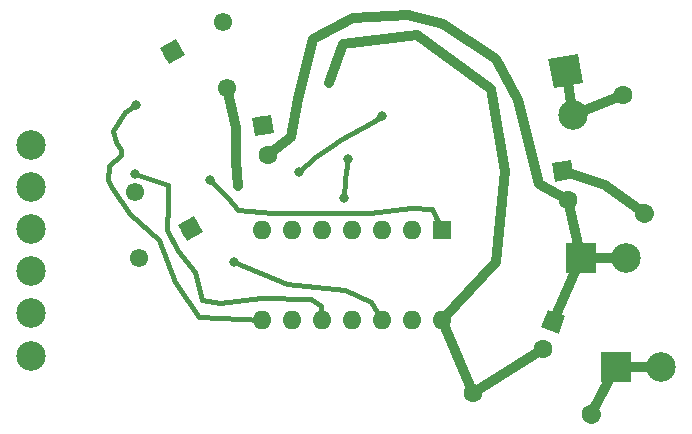
<source format=gbr>
G04 #@! TF.GenerationSoftware,KiCad,Pcbnew,(5.1.2-1)-1*
G04 #@! TF.CreationDate,2021-07-13T12:03:47-04:00*
G04 #@! TF.ProjectId,Ring Modulator - yusynth,52696e67-204d-46f6-9475-6c61746f7220,rev?*
G04 #@! TF.SameCoordinates,Original*
G04 #@! TF.FileFunction,Copper,L2,Bot*
G04 #@! TF.FilePolarity,Positive*
%FSLAX46Y46*%
G04 Gerber Fmt 4.6, Leading zero omitted, Abs format (unit mm)*
G04 Created by KiCad (PCBNEW (5.1.2-1)-1) date 2021-07-13 12:03:47*
%MOMM*%
%LPD*%
G04 APERTURE LIST*
%ADD10C,1.600000*%
%ADD11C,0.100000*%
%ADD12C,1.600000*%
%ADD13C,2.499360*%
%ADD14R,2.499360X2.499360*%
%ADD15C,1.550000*%
%ADD16O,1.600000X1.600000*%
%ADD17R,1.600000X1.600000*%
%ADD18C,0.800000*%
%ADD19C,0.812800*%
%ADD20C,0.406400*%
G04 APERTURE END LIST*
D10*
X36552920Y-26998419D03*
X36118800Y-24536400D03*
D11*
G36*
X35192035Y-23887472D02*
G01*
X36767728Y-23609635D01*
X37045565Y-25185328D01*
X35469872Y-25463165D01*
X35192035Y-23887472D01*
X35192035Y-23887472D01*
G37*
D10*
X61978320Y-30833819D03*
X61544200Y-28371800D03*
D11*
G36*
X60617435Y-27722872D02*
G01*
X62193128Y-27445035D01*
X62470965Y-29020728D01*
X60895272Y-29298565D01*
X60617435Y-27722872D01*
X60617435Y-27722872D01*
G37*
D10*
X60706000Y-41148000D03*
D11*
G36*
X60227862Y-40122630D02*
G01*
X61731370Y-40669862D01*
X61184138Y-42173370D01*
X59680630Y-41626138D01*
X60227862Y-40122630D01*
X60227862Y-40122630D01*
G37*
D10*
X59850950Y-43497232D03*
X68363065Y-31976647D03*
D12*
X68363065Y-31976647D02*
X68363065Y-31976647D01*
D10*
X66598800Y-21971000D03*
X53898800Y-47218600D03*
X63904447Y-48982865D03*
D12*
X63904447Y-48982865D02*
X63904447Y-48982865D01*
D13*
X16510000Y-33274000D03*
X16510000Y-36830000D03*
X16510000Y-26162000D03*
X16510000Y-29718000D03*
X16510000Y-44018200D03*
X16510000Y-40411400D03*
D14*
X63017400Y-35737800D03*
D13*
X66827400Y-35737800D03*
X61747400Y-19939000D03*
D11*
G36*
X60299701Y-18925310D02*
G01*
X62761090Y-18491301D01*
X63195099Y-20952690D01*
X60733710Y-21386699D01*
X60299701Y-18925310D01*
X60299701Y-18925310D01*
G37*
D13*
X62409000Y-23691118D03*
X69850000Y-44958000D03*
D14*
X66040000Y-44958000D03*
D15*
X25641873Y-35774000D03*
X29972000Y-33274000D03*
D11*
G36*
X30255670Y-32215330D02*
G01*
X31030670Y-33557670D01*
X29688330Y-34332670D01*
X28913330Y-32990330D01*
X30255670Y-32215330D01*
X30255670Y-32215330D01*
G37*
D15*
X25306936Y-30193873D03*
X33113064Y-21368127D03*
X28448000Y-18288000D03*
D11*
G36*
X28164330Y-19346670D02*
G01*
X27389330Y-18004330D01*
X28731670Y-17229330D01*
X29506670Y-18571670D01*
X28164330Y-19346670D01*
X28164330Y-19346670D01*
G37*
D15*
X32778127Y-15788000D03*
D16*
X51257200Y-41046400D03*
X36017200Y-33426400D03*
X48717200Y-41046400D03*
X38557200Y-33426400D03*
X46177200Y-41046400D03*
X41097200Y-33426400D03*
X43637200Y-41046400D03*
X43637200Y-33426400D03*
X41097200Y-41046400D03*
X46177200Y-33426400D03*
X38557200Y-41046400D03*
X48717200Y-33426400D03*
X36017200Y-41046400D03*
D17*
X51257200Y-33426400D03*
D18*
X34036000Y-29667200D03*
X41681400Y-20980400D03*
X25349200Y-22809200D03*
X31673800Y-29133800D03*
X33680400Y-36068000D03*
X39192200Y-28498800D03*
X46228000Y-23698200D03*
X43027600Y-30657800D03*
X43357800Y-27355800D03*
X25306972Y-28642628D03*
D19*
X61978320Y-30833819D02*
X63017400Y-35737800D01*
X66827400Y-35737800D02*
X63017400Y-35737800D01*
X63017400Y-35737800D02*
X60706000Y-41148000D01*
X61978320Y-30833819D02*
X59461400Y-29514800D01*
X59461400Y-29514800D02*
X57759600Y-22352000D01*
X57759600Y-22352000D02*
X55854600Y-18872200D01*
X55854600Y-18872200D02*
X51409600Y-15925800D01*
X51409600Y-15925800D02*
X48387000Y-15214600D01*
X48387000Y-15214600D02*
X43713400Y-15443200D01*
X43713400Y-15443200D02*
X40386000Y-17195800D01*
X40386000Y-17195800D02*
X39065200Y-22301200D01*
X39065200Y-22301200D02*
X38531800Y-25476200D01*
X38531800Y-25476200D02*
X36552920Y-26998419D01*
X33113064Y-21368127D02*
X33858200Y-24790400D01*
X33858200Y-24790400D02*
X33858200Y-27533600D01*
X33858200Y-27533600D02*
X34036000Y-29667200D01*
X34036000Y-29667200D02*
X34036000Y-29667200D01*
X68363065Y-31976647D02*
X65125600Y-29565600D01*
X65125600Y-29565600D02*
X61544200Y-28371800D01*
X51257200Y-41046400D02*
X55854600Y-36093400D01*
X55854600Y-36093400D02*
X56616600Y-28422600D01*
X56616600Y-28422600D02*
X55448200Y-21488400D01*
X55448200Y-21488400D02*
X49174400Y-16891000D01*
X49174400Y-16891000D02*
X42900600Y-17602200D01*
X42900600Y-17602200D02*
X41681400Y-20980400D01*
X41681400Y-20980400D02*
X41681400Y-20980400D01*
X59850950Y-43497232D02*
X53898800Y-47218600D01*
X53898800Y-47218600D02*
X51257200Y-41046400D01*
D20*
X36017200Y-41046400D02*
X30708600Y-40792400D01*
X30708600Y-40792400D02*
X28702000Y-37769800D01*
X25349200Y-22809200D02*
X25349200Y-22809200D01*
X24409400Y-23393400D02*
X25349200Y-22809200D01*
X23469600Y-25044400D02*
X24409400Y-23393400D01*
X24130000Y-26593800D02*
X23698200Y-25908000D01*
X23698200Y-25908000D02*
X23469600Y-25044400D01*
X24104600Y-27076400D02*
X24130000Y-26593800D01*
X23317200Y-29845000D02*
X23012400Y-29184600D01*
X23088600Y-27965400D02*
X24104600Y-27076400D01*
X23012400Y-29184600D02*
X23088600Y-27965400D01*
X28702000Y-37769800D02*
X27355800Y-34213800D01*
X24866600Y-32004000D02*
X23317200Y-29845000D01*
X27355800Y-34213800D02*
X24866600Y-32004000D01*
X31673800Y-29133800D02*
X33147000Y-30657800D01*
X33147000Y-30657800D02*
X34010600Y-31724600D01*
X34010600Y-31724600D02*
X36855400Y-31978600D01*
X36855400Y-31978600D02*
X40767000Y-31978600D01*
X40767000Y-31978600D02*
X45186600Y-31953200D01*
X45186600Y-31953200D02*
X48641000Y-31521400D01*
X48641000Y-31521400D02*
X50444400Y-31572200D01*
X50444400Y-31572200D02*
X51257200Y-33426400D01*
X33680400Y-36068000D02*
X38125400Y-37947600D01*
X38125400Y-37947600D02*
X43103800Y-38506400D01*
X43103800Y-38506400D02*
X45288200Y-39522400D01*
X45288200Y-39522400D02*
X46177200Y-41046400D01*
X39192200Y-28498800D02*
X40563800Y-27178000D01*
X40563800Y-27178000D02*
X41681400Y-26416000D01*
X41681400Y-26416000D02*
X42672000Y-25781000D01*
X42672000Y-25781000D02*
X45466000Y-24231600D01*
X45466000Y-24231600D02*
X46228000Y-23698200D01*
X46228000Y-23698200D02*
X46228000Y-23698200D01*
X43027600Y-30657800D02*
X43103800Y-29057600D01*
X43103800Y-29057600D02*
X43357800Y-27355800D01*
X43357800Y-27355800D02*
X43357800Y-27355800D01*
D19*
X62409000Y-23691118D02*
X66598800Y-21971000D01*
X62409000Y-23691118D02*
X61747400Y-19939000D01*
X63904447Y-48982865D02*
X66040000Y-44958000D01*
X69850000Y-44958000D02*
X66040000Y-44958000D01*
D20*
X28956000Y-35179000D02*
X30378400Y-36931600D01*
X35941000Y-39116000D02*
X40233600Y-39217600D01*
X40233600Y-39217600D02*
X41021000Y-39801800D01*
X41021000Y-39801800D02*
X41097200Y-41046400D01*
X32478184Y-39530816D02*
X30958305Y-39272695D01*
X30378400Y-36931600D02*
X30958305Y-39272695D01*
X32478184Y-39530816D02*
X35941000Y-39116000D01*
X28067000Y-29540200D02*
X28117800Y-31191200D01*
X25306972Y-28642628D02*
X28067000Y-29540200D01*
X28041600Y-33375600D02*
X28956000Y-35179000D01*
X28117800Y-31191200D02*
X28041600Y-33375600D01*
M02*

</source>
